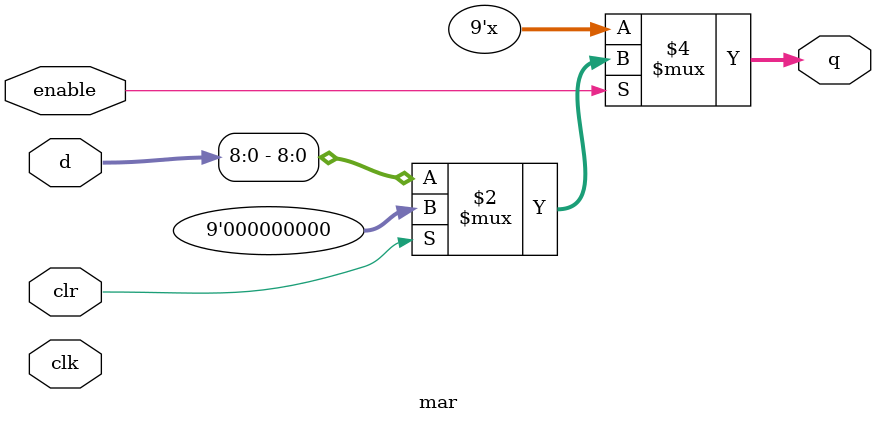
<source format=v>
module mar(
	input wire clk,
	input wire clr, 
	input wire enable,
	input wire [31:0] d,
	output reg [8:0] q
	);

	always@(clk) 
	begin
		if(enable) begin
			q[8:0] <= d[8:0];
			if (clr) begin
				q[8:0] <= 9'b0;
			end
		end
	end
	
endmodule

</source>
